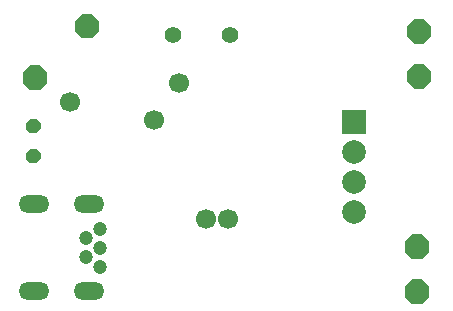
<source format=gbs>
G04 DipTrace 2.3.0.1*
%INbot_mask.gbr*%
%MOMM*%
%ADD41C,1.419*%
%ADD49O,2.6X1.5*%
%ADD51C,1.2*%
%ADD53C,1.7*%
%ADD55C,2.0*%
%ADD57R,2.0X2.0*%
%FSLAX53Y53*%
G04*
G71*
G90*
G75*
G01*
%LNBotMask*%
%LPD*%
G36*
X15338Y34833D2*
X15946Y35441D1*
X16806D1*
X17415Y34833D1*
Y33972D1*
X16806Y33364D1*
X15946D1*
X15338Y33972D1*
Y34833D1*
G37*
G36*
X10954Y30449D2*
X11562Y31057D1*
X12422D1*
X13031Y30449D1*
Y29588D1*
X12422Y28980D1*
X11562D1*
X10954Y29588D1*
Y30449D1*
G37*
G36*
X45392Y12344D2*
Y11496D1*
X44792Y10896D1*
X43944D1*
X43344Y11496D1*
Y12344D1*
X43944Y12944D1*
X44792D1*
X45392Y12344D1*
G37*
G36*
Y16154D2*
Y15306D1*
X44792Y14706D1*
X43944D1*
X43344Y15306D1*
Y16154D1*
X43944Y16754D1*
X44792D1*
X45392Y16154D1*
G37*
D57*
X39034Y26294D3*
D55*
Y23754D3*
Y21214D3*
Y18674D3*
G36*
X43472Y33512D2*
Y34360D1*
X44072Y34960D1*
X44920D1*
X45520Y34360D1*
Y33512D1*
X44920Y32912D1*
X44072D1*
X43472Y33512D1*
G37*
G36*
Y29702D2*
Y30550D1*
X44072Y31150D1*
X44920D1*
X45520Y30550D1*
Y29702D1*
X44920Y29102D1*
X44072D1*
X43472Y29702D1*
G37*
D53*
X24144Y29584D3*
X22032Y26448D3*
X26512Y18064D3*
X28368D3*
X14992Y27984D3*
D51*
X17499Y14027D3*
X16299Y14827D3*
X17499Y15627D3*
X16299Y16427D3*
X17499Y17227D3*
D49*
X16599Y11927D3*
Y19327D3*
X11899Y11927D3*
Y19327D3*
G36*
X12110Y23988D2*
X12468Y23630D1*
Y23122D1*
X12110Y22764D1*
X11602D1*
X11244Y23122D1*
Y23630D1*
X11602Y23988D1*
X12110D1*
G37*
G36*
Y26528D2*
X12468Y26169D1*
Y25662D1*
X12110Y25304D1*
X11602D1*
X11244Y25662D1*
Y26169D1*
X11602Y26528D1*
X12110D1*
G37*
D41*
X23696Y33616D3*
X28522D3*
M02*

</source>
